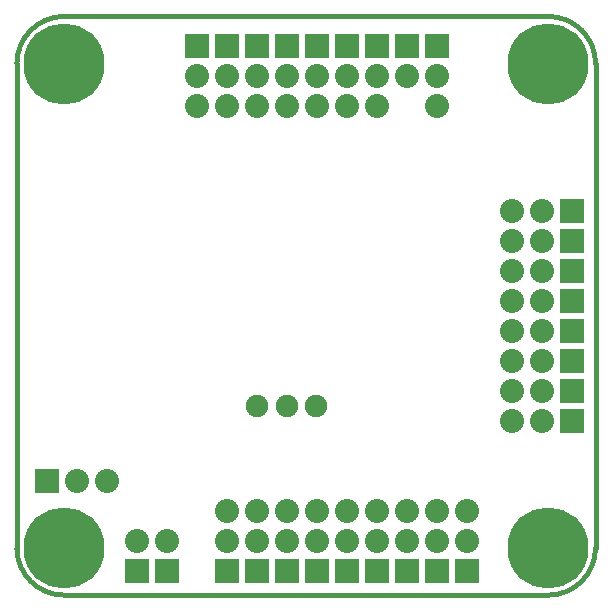
<source format=gbs>
G04 (created by PCBNEW (2013-03-19 BZR 4004)-stable) date 5/7/2013 1:55:13 PM*
%MOIN*%
G04 Gerber Fmt 3.4, Leading zero omitted, Abs format*
%FSLAX34Y34*%
G01*
G70*
G90*
G04 APERTURE LIST*
%ADD10C,2.3622e-006*%
%ADD11C,0.015*%
%ADD12C,0.27*%
%ADD13C,0.075*%
%ADD14R,0.08X0.08*%
%ADD15C,0.08*%
G04 APERTURE END LIST*
G54D10*
G54D11*
X67291Y-48716D02*
X67291Y-32574D01*
X49574Y-50291D02*
X65716Y-50291D01*
X48000Y-32574D02*
X48000Y-48716D01*
X65716Y-31000D02*
X49574Y-31000D01*
X48000Y-48716D02*
G75*
G03X49574Y-50291I1574J0D01*
G74*
G01*
X65716Y-50291D02*
G75*
G03X67291Y-48716I0J1574D01*
G74*
G01*
X67291Y-32574D02*
G75*
G03X65716Y-31000I-1574J0D01*
G74*
G01*
X49574Y-31000D02*
G75*
G03X48000Y-32574I0J-1574D01*
G74*
G01*
G54D12*
X65716Y-48716D03*
X65716Y-32574D03*
X49574Y-32574D03*
X49574Y-48716D03*
G54D13*
X56016Y-44000D03*
X57984Y-44000D03*
X57000Y-44000D03*
G54D14*
X55000Y-32000D03*
G54D15*
X55000Y-33000D03*
X55000Y-34000D03*
G54D14*
X49000Y-46500D03*
G54D15*
X50000Y-46500D03*
X51000Y-46500D03*
G54D14*
X62000Y-32000D03*
G54D15*
X62000Y-33000D03*
X62000Y-34000D03*
G54D14*
X66500Y-37500D03*
G54D15*
X65500Y-37500D03*
X64500Y-37500D03*
G54D14*
X66500Y-41500D03*
G54D15*
X65500Y-41500D03*
X64500Y-41500D03*
G54D14*
X66500Y-42500D03*
G54D15*
X65500Y-42500D03*
X64500Y-42500D03*
G54D14*
X66500Y-44500D03*
G54D15*
X65500Y-44500D03*
X64500Y-44500D03*
G54D14*
X66500Y-43500D03*
G54D15*
X65500Y-43500D03*
X64500Y-43500D03*
G54D14*
X63000Y-49500D03*
G54D15*
X63000Y-48500D03*
X63000Y-47500D03*
G54D14*
X62000Y-49500D03*
G54D15*
X62000Y-48500D03*
X62000Y-47500D03*
G54D14*
X60000Y-49500D03*
G54D15*
X60000Y-48500D03*
X60000Y-47500D03*
G54D14*
X61000Y-49500D03*
G54D15*
X61000Y-48500D03*
X61000Y-47500D03*
G54D14*
X59000Y-49500D03*
G54D15*
X59000Y-48500D03*
X59000Y-47500D03*
G54D14*
X66500Y-38500D03*
G54D15*
X65500Y-38500D03*
X64500Y-38500D03*
G54D14*
X66500Y-39500D03*
G54D15*
X65500Y-39500D03*
X64500Y-39500D03*
G54D14*
X66500Y-40500D03*
G54D15*
X65500Y-40500D03*
X64500Y-40500D03*
G54D14*
X58000Y-49500D03*
G54D15*
X58000Y-48500D03*
X58000Y-47500D03*
G54D14*
X57000Y-49500D03*
G54D15*
X57000Y-48500D03*
X57000Y-47500D03*
G54D14*
X56000Y-49500D03*
G54D15*
X56000Y-48500D03*
X56000Y-47500D03*
G54D14*
X55000Y-49500D03*
G54D15*
X55000Y-48500D03*
X55000Y-47500D03*
G54D14*
X54000Y-32000D03*
G54D15*
X54000Y-33000D03*
X54000Y-34000D03*
G54D14*
X60000Y-32000D03*
G54D15*
X60000Y-33000D03*
X60000Y-34000D03*
G54D14*
X59000Y-32000D03*
G54D15*
X59000Y-33000D03*
X59000Y-34000D03*
G54D14*
X58000Y-32000D03*
G54D15*
X58000Y-33000D03*
X58000Y-34000D03*
G54D14*
X56000Y-32000D03*
G54D15*
X56000Y-33000D03*
X56000Y-34000D03*
G54D14*
X52000Y-49500D03*
G54D15*
X52000Y-48500D03*
G54D14*
X53000Y-49500D03*
G54D15*
X53000Y-48500D03*
G54D14*
X57000Y-32000D03*
G54D15*
X57000Y-33000D03*
X57000Y-34000D03*
G54D14*
X61000Y-32000D03*
G54D15*
X61000Y-33000D03*
M02*

</source>
